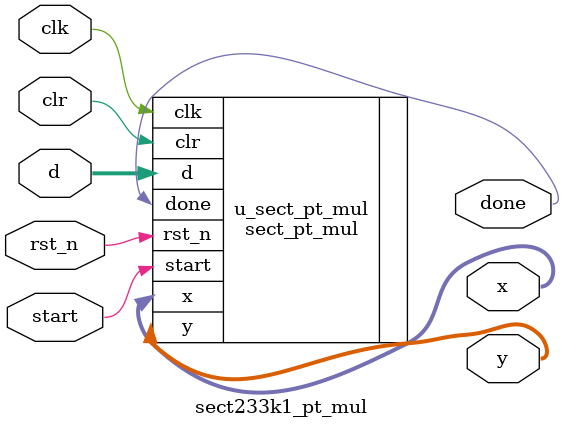
<source format=v>


module sect233k1_pt_mul (
    // System signals
    input clk,                      // system clock
    input rst_n,                    // system asynchronous reset, active low
    input clr,                      // synchronous clear

    // Data interface
    input start,                    // computation start
    input [232:0] d,                // input scalar
    output done,                    // computation done
    output [232:0] x,               // output x coordinate of d*G
    output [232:0] y                // output y coordinate of d*G
);

// Local parameters
localparam M = 233;                 // degree of f(x)
localparam FX = 233'h4000000000000000001;       // binary representation of f(x)
localparam B = 233'h1;              // coefficient b of E
localparam XG = 233'h17232ba853a7e731af129f22ff4149563a419c26bf50a4c9d6eefad6126;       // x coordinate of G
localparam YG = 233'h1db537dece819b7f70f555a67c427a8cd9bf18aeb9b56e0c11056fae6a3;       // y coordinate of G
localparam XG_SQR = 233'h113bcafec38a1e9f284bec901039e7f0d4bc3b7a1ebd2526abed8419d31;   // squaring of x coordinate of G
localparam XG_INV = 233'h1ecb92776d0fb3dec476585b9065724ef7e1966bf54a850e5cbddaa1be6;   // inversion of x coordinate of G
localparam NUM_CYCLE_MUL = 4;       // number of computation cycles minus 1 in f2m_mul module (= NUM_SEG)


// Instance
sect_pt_mul #(
    .M              (M),
    .FX             (FX),
    .B              (B),
    .XG             (XG),
    .YG             (YG),
    .XG_SQR         (XG_SQR),
    .XG_INV         (XG_INV),
    .NUM_CYCLE_MUL  (NUM_CYCLE_MUL)
) u_sect_pt_mul (
    .clk            (clk),
    .rst_n          (rst_n),
    .clr            (clr),
    .start          (start),
    .d              (d),
    .done           (done),
    .x              (x),
    .y              (y)
);


endmodule

</source>
